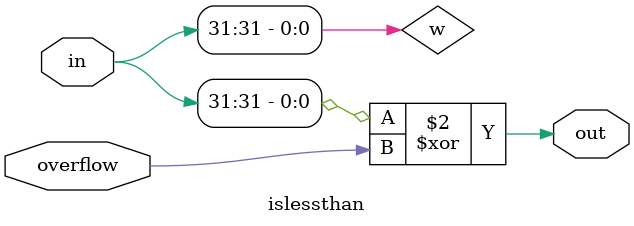
<source format=v>
module islessthan(out, in, overflow);
	output out;
	input[31:0] in;
	input overflow;
	
	wire w;
	
	and a (w, in[31],in[31]);
	
	xor n(out,w,overflow);

endmodule
	
</source>
